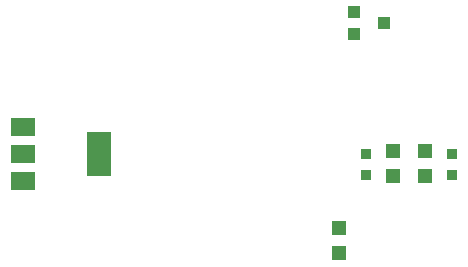
<source format=gbp>
G04*
G04 #@! TF.GenerationSoftware,Altium Limited,Altium Designer,18.0.12 (696)*
G04*
G04 Layer_Color=128*
%FSLAX25Y25*%
%MOIN*%
G70*
G01*
G75*
%ADD29R,0.03500X0.03800*%
%ADD89R,0.03937X0.03937*%
%ADD90R,0.05000X0.05000*%
%ADD91R,0.07900X0.05900*%
%ADD92R,0.07900X0.15000*%
D29*
X278500Y109100D02*
D03*
Y116000D02*
D03*
X307000Y109100D02*
D03*
Y116000D02*
D03*
D89*
X284343Y159740D02*
D03*
X274500Y163480D02*
D03*
X274500Y156000D02*
D03*
D90*
X269500Y83000D02*
D03*
X269520Y91230D02*
D03*
X287500Y117000D02*
D03*
X287510Y108730D02*
D03*
X298000Y117000D02*
D03*
X298010Y108730D02*
D03*
D91*
X164146Y116067D02*
D03*
Y107012D02*
D03*
Y125122D02*
D03*
D92*
X189500Y116000D02*
D03*
M02*

</source>
